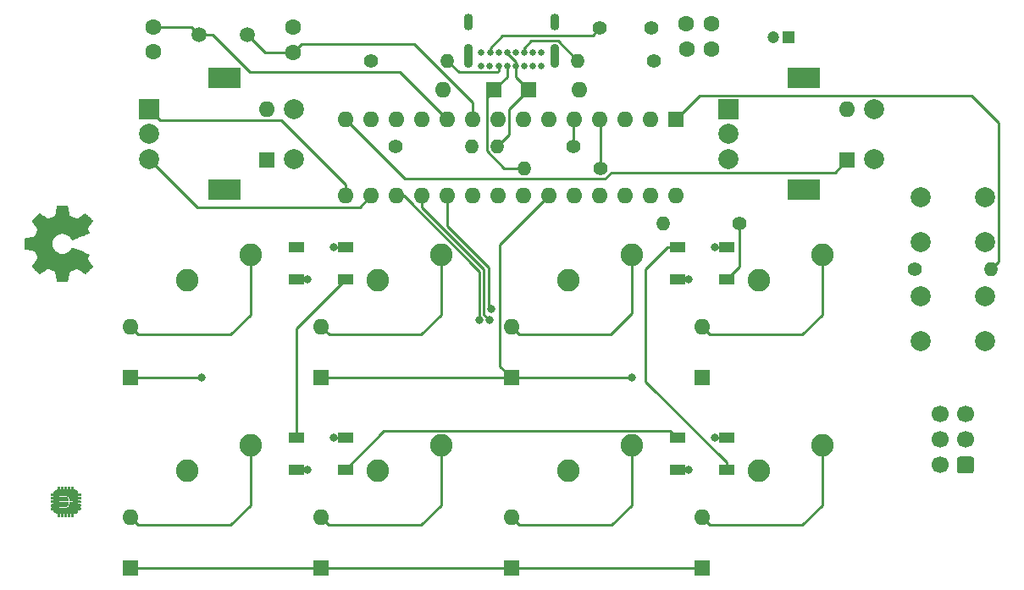
<source format=gbl>
%TF.GenerationSoftware,KiCad,Pcbnew,(5.1.8-0-10_14)*%
%TF.CreationDate,2020-12-29T14:10:58+00:00*%
%TF.ProjectId,Draytronics-Daisy-PCB V1,44726179-7472-46f6-9e69-63732d446169,rev?*%
%TF.SameCoordinates,Original*%
%TF.FileFunction,Copper,L4,Bot*%
%TF.FilePolarity,Positive*%
%FSLAX46Y46*%
G04 Gerber Fmt 4.6, Leading zero omitted, Abs format (unit mm)*
G04 Created by KiCad (PCBNEW (5.1.8-0-10_14)) date 2020-12-29 14:10:58*
%MOMM*%
%LPD*%
G01*
G04 APERTURE LIST*
%TA.AperFunction,EtchedComponent*%
%ADD10C,0.010000*%
%TD*%
%TA.AperFunction,ComponentPad*%
%ADD11C,1.700000*%
%TD*%
%TA.AperFunction,ComponentPad*%
%ADD12C,2.000000*%
%TD*%
%TA.AperFunction,ComponentPad*%
%ADD13O,1.400000X1.400000*%
%TD*%
%TA.AperFunction,ComponentPad*%
%ADD14C,1.400000*%
%TD*%
%TA.AperFunction,ComponentPad*%
%ADD15C,2.250000*%
%TD*%
%TA.AperFunction,ComponentPad*%
%ADD16O,1.600000X1.600000*%
%TD*%
%TA.AperFunction,ComponentPad*%
%ADD17R,1.600000X1.600000*%
%TD*%
%TA.AperFunction,ComponentPad*%
%ADD18C,1.600000*%
%TD*%
%TA.AperFunction,ComponentPad*%
%ADD19C,1.200000*%
%TD*%
%TA.AperFunction,ComponentPad*%
%ADD20R,1.200000X1.200000*%
%TD*%
%TA.AperFunction,ComponentPad*%
%ADD21C,1.500000*%
%TD*%
%TA.AperFunction,ComponentPad*%
%ADD22R,2.000000X2.000000*%
%TD*%
%TA.AperFunction,ComponentPad*%
%ADD23R,3.200000X2.000000*%
%TD*%
%TA.AperFunction,ComponentPad*%
%ADD24O,0.900000X1.700000*%
%TD*%
%TA.AperFunction,ComponentPad*%
%ADD25O,0.900000X2.400000*%
%TD*%
%TA.AperFunction,ComponentPad*%
%ADD26C,0.650000*%
%TD*%
%TA.AperFunction,SMDPad,CuDef*%
%ADD27R,1.500000X1.000000*%
%TD*%
%TA.AperFunction,ViaPad*%
%ADD28C,0.800000*%
%TD*%
%TA.AperFunction,Conductor*%
%ADD29C,0.250000*%
%TD*%
G04 APERTURE END LIST*
D10*
%TO.C,G\u002A\u002A\u002A*%
G36*
X22831600Y-73212667D02*
G01*
X22831600Y-73044652D01*
X22683434Y-73039760D01*
X22535267Y-73034867D01*
X22535267Y-72865534D01*
X22683434Y-72860641D01*
X22831600Y-72855749D01*
X22831600Y-72704667D01*
X22705985Y-72704667D01*
X22626442Y-72703674D01*
X22574762Y-72698389D01*
X22544955Y-72685354D01*
X22531028Y-72661110D01*
X22526989Y-72622201D01*
X22526800Y-72601255D01*
X22526800Y-72518400D01*
X22831600Y-72518400D01*
X22831600Y-72450123D01*
X22847074Y-72345645D01*
X22891526Y-72255579D01*
X22962001Y-72183055D01*
X23055544Y-72131204D01*
X23157567Y-72104721D01*
X23238000Y-72092992D01*
X23238000Y-71961950D01*
X23240658Y-71882501D01*
X23250338Y-71831186D01*
X23269594Y-71802566D01*
X23300983Y-71791202D01*
X23318700Y-71790267D01*
X23367170Y-71794580D01*
X23398350Y-71811372D01*
X23415830Y-71846421D01*
X23423199Y-71905505D01*
X23424267Y-71960196D01*
X23424267Y-72095067D01*
X23576667Y-72095067D01*
X23576667Y-71960196D01*
X23579346Y-71882175D01*
X23589778Y-71831985D01*
X23611552Y-71803848D01*
X23648257Y-71791987D01*
X23682234Y-71790267D01*
X23719472Y-71795869D01*
X23743561Y-71816299D01*
X23757042Y-71856996D01*
X23762454Y-71923396D01*
X23762934Y-71962987D01*
X23762934Y-72095067D01*
X23932267Y-72095067D01*
X23932267Y-71951456D01*
X23932767Y-71881621D01*
X23935588Y-71838425D01*
X23942714Y-71814643D01*
X23956127Y-71803050D01*
X23974600Y-71797221D01*
X24025683Y-71792997D01*
X24059267Y-71797221D01*
X24079816Y-71804073D01*
X24092340Y-71816788D01*
X24098824Y-71842589D01*
X24101248Y-71888702D01*
X24101600Y-71951456D01*
X24101600Y-72095067D01*
X24270934Y-72095067D01*
X24270934Y-71962987D01*
X24273551Y-71883286D01*
X24283096Y-71831729D01*
X24302111Y-71802877D01*
X24333135Y-71791294D01*
X24351633Y-71790267D01*
X24400104Y-71794580D01*
X24431284Y-71811372D01*
X24448763Y-71846421D01*
X24456132Y-71905505D01*
X24457200Y-71960196D01*
X24457200Y-72095067D01*
X24608231Y-72095067D01*
X24613149Y-71955727D01*
X24616199Y-71886934D01*
X24620999Y-71844395D01*
X24629959Y-71820500D01*
X24645494Y-71807642D01*
X24662256Y-71800894D01*
X24713299Y-71793034D01*
X24751156Y-71796624D01*
X24772903Y-71803528D01*
X24786131Y-71815683D01*
X24792957Y-71840373D01*
X24795496Y-71884877D01*
X24795867Y-71950419D01*
X24795867Y-72092992D01*
X24876300Y-72104721D01*
X24988165Y-72135174D01*
X25079634Y-72189133D01*
X25147753Y-72263466D01*
X25189567Y-72355043D01*
X25202267Y-72450123D01*
X25202267Y-72518400D01*
X25352692Y-72518400D01*
X25424702Y-72518961D01*
X25469857Y-72521750D01*
X25495166Y-72528429D01*
X25507634Y-72540662D01*
X25513327Y-72556500D01*
X25523774Y-72617446D01*
X25514711Y-72659885D01*
X25482737Y-72686667D01*
X25424452Y-72700645D01*
X25336524Y-72704667D01*
X25202267Y-72704667D01*
X25202267Y-72855749D01*
X25350071Y-72860641D01*
X25421186Y-72863491D01*
X25465806Y-72867811D01*
X25491293Y-72875885D01*
X25505008Y-72889991D01*
X25513966Y-72911418D01*
X25519520Y-72972192D01*
X25510459Y-73000318D01*
X25499019Y-73021203D01*
X25482949Y-73033937D01*
X25454595Y-73040529D01*
X25406300Y-73042990D01*
X25346563Y-73043334D01*
X25202267Y-73043334D01*
X25202267Y-73212667D01*
X25353526Y-73212667D01*
X25434801Y-73214672D01*
X25487092Y-73223017D01*
X25515161Y-73241201D01*
X25523771Y-73272720D01*
X25517683Y-73321073D01*
X25515450Y-73331581D01*
X25504376Y-73382000D01*
X25202267Y-73382000D01*
X25202267Y-73551334D01*
X25345604Y-73551334D01*
X25425997Y-73553761D01*
X25478377Y-73563133D01*
X25508380Y-73582588D01*
X25521644Y-73615264D01*
X25524000Y-73650611D01*
X25515905Y-73690350D01*
X25488722Y-73716716D01*
X25438100Y-73731728D01*
X25359691Y-73737403D01*
X25336524Y-73737601D01*
X25202267Y-73737601D01*
X25202267Y-73890001D01*
X25345604Y-73890001D01*
X25417194Y-73890964D01*
X25462396Y-73894865D01*
X25488656Y-73903221D01*
X25503424Y-73917547D01*
X25506471Y-73922754D01*
X25522702Y-73985132D01*
X25506232Y-74045731D01*
X25505710Y-74046634D01*
X25491345Y-74061571D01*
X25464813Y-74070604D01*
X25418931Y-74075060D01*
X25346514Y-74076267D01*
X25202267Y-74076267D01*
X25201895Y-74148234D01*
X25185669Y-74249688D01*
X25141332Y-74338606D01*
X25073750Y-74410159D01*
X24987791Y-74459520D01*
X24888322Y-74481858D01*
X24864803Y-74482667D01*
X24797185Y-74482667D01*
X24792293Y-74630834D01*
X24787400Y-74779001D01*
X24712878Y-74784332D01*
X24655072Y-74782767D01*
X24624975Y-74768478D01*
X24624238Y-74767399D01*
X24617440Y-74740575D01*
X24612359Y-74689979D01*
X24609939Y-74625698D01*
X24609859Y-74613900D01*
X24609600Y-74482667D01*
X24458519Y-74482667D01*
X24453626Y-74630834D01*
X24448734Y-74779001D01*
X24279400Y-74779001D01*
X24274508Y-74630834D01*
X24269615Y-74482667D01*
X24101600Y-74482667D01*
X24101600Y-74787467D01*
X23932267Y-74787467D01*
X23932267Y-74482667D01*
X23764252Y-74482667D01*
X23759359Y-74630834D01*
X23754467Y-74779001D01*
X23585133Y-74779001D01*
X23580241Y-74630834D01*
X23575348Y-74482667D01*
X23425585Y-74482667D01*
X23420693Y-74630834D01*
X23415800Y-74779001D01*
X23325022Y-74779001D01*
X23325022Y-73957734D01*
X23678809Y-73957734D01*
X23800827Y-73957403D01*
X23894497Y-73956133D01*
X23965334Y-73953502D01*
X24018854Y-73949092D01*
X24060573Y-73942484D01*
X24096004Y-73933259D01*
X24122822Y-73923976D01*
X24227096Y-73867518D01*
X24311648Y-73784200D01*
X24375525Y-73675352D01*
X24417771Y-73542304D01*
X24425413Y-73501996D01*
X24445230Y-73382000D01*
X24728134Y-73382000D01*
X24728134Y-73212667D01*
X24442342Y-73212667D01*
X24431574Y-73132234D01*
X24400128Y-72988061D01*
X24347378Y-72869348D01*
X24272490Y-72774575D01*
X24206223Y-72721513D01*
X24158605Y-72692255D01*
X24111824Y-72669951D01*
X24060314Y-72653660D01*
X23998507Y-72642442D01*
X23920834Y-72635357D01*
X23821730Y-72631467D01*
X23695625Y-72629830D01*
X23662191Y-72629673D01*
X23332848Y-72628467D01*
X23322327Y-72670800D01*
X23318276Y-72721826D01*
X23322657Y-72755467D01*
X23333508Y-72797800D01*
X23687921Y-72806267D01*
X23817172Y-72809767D01*
X23917590Y-72814145D01*
X23994205Y-72820636D01*
X24052048Y-72830477D01*
X24096151Y-72844902D01*
X24131544Y-72865146D01*
X24163259Y-72892445D01*
X24196326Y-72928034D01*
X24199763Y-72931939D01*
X24253856Y-73016977D01*
X24283667Y-73115712D01*
X24287772Y-73166100D01*
X24287867Y-73212667D01*
X23325022Y-73212667D01*
X23319482Y-73250767D01*
X23317516Y-73297668D01*
X23320226Y-73335434D01*
X23326511Y-73382000D01*
X24287867Y-73382000D01*
X24287867Y-73429784D01*
X24275630Y-73509762D01*
X24243423Y-73593603D01*
X24198005Y-73665225D01*
X24181284Y-73683424D01*
X24142803Y-73716962D01*
X24101989Y-73742643D01*
X24053783Y-73761471D01*
X23993125Y-73774452D01*
X23914955Y-73782590D01*
X23814213Y-73786891D01*
X23685839Y-73788358D01*
X23652660Y-73788401D01*
X23326511Y-73788401D01*
X23320226Y-73834967D01*
X23317405Y-73885296D01*
X23319482Y-73919634D01*
X23325022Y-73957734D01*
X23325022Y-74779001D01*
X23246467Y-74779001D01*
X23241604Y-74632878D01*
X23236741Y-74486756D01*
X23143644Y-74479036D01*
X23044810Y-74455373D01*
X22959089Y-74405170D01*
X22891581Y-74333813D01*
X22847385Y-74246686D01*
X22831600Y-74149538D01*
X22831600Y-74077586D01*
X22683434Y-74072693D01*
X22535267Y-74067800D01*
X22535267Y-73898467D01*
X22683434Y-73893575D01*
X22831600Y-73888682D01*
X22831600Y-73737601D01*
X22700367Y-73737341D01*
X22634739Y-73735479D01*
X22581047Y-73730791D01*
X22549376Y-73724224D01*
X22546868Y-73722963D01*
X22531936Y-73694412D01*
X22529691Y-73637955D01*
X22529935Y-73634322D01*
X22535267Y-73559800D01*
X22683434Y-73554908D01*
X22831600Y-73550015D01*
X22831600Y-73382000D01*
X22526800Y-73382000D01*
X22526800Y-73212667D01*
X22831600Y-73212667D01*
G37*
X22831600Y-73212667D02*
X22831600Y-73044652D01*
X22683434Y-73039760D01*
X22535267Y-73034867D01*
X22535267Y-72865534D01*
X22683434Y-72860641D01*
X22831600Y-72855749D01*
X22831600Y-72704667D01*
X22705985Y-72704667D01*
X22626442Y-72703674D01*
X22574762Y-72698389D01*
X22544955Y-72685354D01*
X22531028Y-72661110D01*
X22526989Y-72622201D01*
X22526800Y-72601255D01*
X22526800Y-72518400D01*
X22831600Y-72518400D01*
X22831600Y-72450123D01*
X22847074Y-72345645D01*
X22891526Y-72255579D01*
X22962001Y-72183055D01*
X23055544Y-72131204D01*
X23157567Y-72104721D01*
X23238000Y-72092992D01*
X23238000Y-71961950D01*
X23240658Y-71882501D01*
X23250338Y-71831186D01*
X23269594Y-71802566D01*
X23300983Y-71791202D01*
X23318700Y-71790267D01*
X23367170Y-71794580D01*
X23398350Y-71811372D01*
X23415830Y-71846421D01*
X23423199Y-71905505D01*
X23424267Y-71960196D01*
X23424267Y-72095067D01*
X23576667Y-72095067D01*
X23576667Y-71960196D01*
X23579346Y-71882175D01*
X23589778Y-71831985D01*
X23611552Y-71803848D01*
X23648257Y-71791987D01*
X23682234Y-71790267D01*
X23719472Y-71795869D01*
X23743561Y-71816299D01*
X23757042Y-71856996D01*
X23762454Y-71923396D01*
X23762934Y-71962987D01*
X23762934Y-72095067D01*
X23932267Y-72095067D01*
X23932267Y-71951456D01*
X23932767Y-71881621D01*
X23935588Y-71838425D01*
X23942714Y-71814643D01*
X23956127Y-71803050D01*
X23974600Y-71797221D01*
X24025683Y-71792997D01*
X24059267Y-71797221D01*
X24079816Y-71804073D01*
X24092340Y-71816788D01*
X24098824Y-71842589D01*
X24101248Y-71888702D01*
X24101600Y-71951456D01*
X24101600Y-72095067D01*
X24270934Y-72095067D01*
X24270934Y-71962987D01*
X24273551Y-71883286D01*
X24283096Y-71831729D01*
X24302111Y-71802877D01*
X24333135Y-71791294D01*
X24351633Y-71790267D01*
X24400104Y-71794580D01*
X24431284Y-71811372D01*
X24448763Y-71846421D01*
X24456132Y-71905505D01*
X24457200Y-71960196D01*
X24457200Y-72095067D01*
X24608231Y-72095067D01*
X24613149Y-71955727D01*
X24616199Y-71886934D01*
X24620999Y-71844395D01*
X24629959Y-71820500D01*
X24645494Y-71807642D01*
X24662256Y-71800894D01*
X24713299Y-71793034D01*
X24751156Y-71796624D01*
X24772903Y-71803528D01*
X24786131Y-71815683D01*
X24792957Y-71840373D01*
X24795496Y-71884877D01*
X24795867Y-71950419D01*
X24795867Y-72092992D01*
X24876300Y-72104721D01*
X24988165Y-72135174D01*
X25079634Y-72189133D01*
X25147753Y-72263466D01*
X25189567Y-72355043D01*
X25202267Y-72450123D01*
X25202267Y-72518400D01*
X25352692Y-72518400D01*
X25424702Y-72518961D01*
X25469857Y-72521750D01*
X25495166Y-72528429D01*
X25507634Y-72540662D01*
X25513327Y-72556500D01*
X25523774Y-72617446D01*
X25514711Y-72659885D01*
X25482737Y-72686667D01*
X25424452Y-72700645D01*
X25336524Y-72704667D01*
X25202267Y-72704667D01*
X25202267Y-72855749D01*
X25350071Y-72860641D01*
X25421186Y-72863491D01*
X25465806Y-72867811D01*
X25491293Y-72875885D01*
X25505008Y-72889991D01*
X25513966Y-72911418D01*
X25519520Y-72972192D01*
X25510459Y-73000318D01*
X25499019Y-73021203D01*
X25482949Y-73033937D01*
X25454595Y-73040529D01*
X25406300Y-73042990D01*
X25346563Y-73043334D01*
X25202267Y-73043334D01*
X25202267Y-73212667D01*
X25353526Y-73212667D01*
X25434801Y-73214672D01*
X25487092Y-73223017D01*
X25515161Y-73241201D01*
X25523771Y-73272720D01*
X25517683Y-73321073D01*
X25515450Y-73331581D01*
X25504376Y-73382000D01*
X25202267Y-73382000D01*
X25202267Y-73551334D01*
X25345604Y-73551334D01*
X25425997Y-73553761D01*
X25478377Y-73563133D01*
X25508380Y-73582588D01*
X25521644Y-73615264D01*
X25524000Y-73650611D01*
X25515905Y-73690350D01*
X25488722Y-73716716D01*
X25438100Y-73731728D01*
X25359691Y-73737403D01*
X25336524Y-73737601D01*
X25202267Y-73737601D01*
X25202267Y-73890001D01*
X25345604Y-73890001D01*
X25417194Y-73890964D01*
X25462396Y-73894865D01*
X25488656Y-73903221D01*
X25503424Y-73917547D01*
X25506471Y-73922754D01*
X25522702Y-73985132D01*
X25506232Y-74045731D01*
X25505710Y-74046634D01*
X25491345Y-74061571D01*
X25464813Y-74070604D01*
X25418931Y-74075060D01*
X25346514Y-74076267D01*
X25202267Y-74076267D01*
X25201895Y-74148234D01*
X25185669Y-74249688D01*
X25141332Y-74338606D01*
X25073750Y-74410159D01*
X24987791Y-74459520D01*
X24888322Y-74481858D01*
X24864803Y-74482667D01*
X24797185Y-74482667D01*
X24792293Y-74630834D01*
X24787400Y-74779001D01*
X24712878Y-74784332D01*
X24655072Y-74782767D01*
X24624975Y-74768478D01*
X24624238Y-74767399D01*
X24617440Y-74740575D01*
X24612359Y-74689979D01*
X24609939Y-74625698D01*
X24609859Y-74613900D01*
X24609600Y-74482667D01*
X24458519Y-74482667D01*
X24453626Y-74630834D01*
X24448734Y-74779001D01*
X24279400Y-74779001D01*
X24274508Y-74630834D01*
X24269615Y-74482667D01*
X24101600Y-74482667D01*
X24101600Y-74787467D01*
X23932267Y-74787467D01*
X23932267Y-74482667D01*
X23764252Y-74482667D01*
X23759359Y-74630834D01*
X23754467Y-74779001D01*
X23585133Y-74779001D01*
X23580241Y-74630834D01*
X23575348Y-74482667D01*
X23425585Y-74482667D01*
X23420693Y-74630834D01*
X23415800Y-74779001D01*
X23325022Y-74779001D01*
X23325022Y-73957734D01*
X23678809Y-73957734D01*
X23800827Y-73957403D01*
X23894497Y-73956133D01*
X23965334Y-73953502D01*
X24018854Y-73949092D01*
X24060573Y-73942484D01*
X24096004Y-73933259D01*
X24122822Y-73923976D01*
X24227096Y-73867518D01*
X24311648Y-73784200D01*
X24375525Y-73675352D01*
X24417771Y-73542304D01*
X24425413Y-73501996D01*
X24445230Y-73382000D01*
X24728134Y-73382000D01*
X24728134Y-73212667D01*
X24442342Y-73212667D01*
X24431574Y-73132234D01*
X24400128Y-72988061D01*
X24347378Y-72869348D01*
X24272490Y-72774575D01*
X24206223Y-72721513D01*
X24158605Y-72692255D01*
X24111824Y-72669951D01*
X24060314Y-72653660D01*
X23998507Y-72642442D01*
X23920834Y-72635357D01*
X23821730Y-72631467D01*
X23695625Y-72629830D01*
X23662191Y-72629673D01*
X23332848Y-72628467D01*
X23322327Y-72670800D01*
X23318276Y-72721826D01*
X23322657Y-72755467D01*
X23333508Y-72797800D01*
X23687921Y-72806267D01*
X23817172Y-72809767D01*
X23917590Y-72814145D01*
X23994205Y-72820636D01*
X24052048Y-72830477D01*
X24096151Y-72844902D01*
X24131544Y-72865146D01*
X24163259Y-72892445D01*
X24196326Y-72928034D01*
X24199763Y-72931939D01*
X24253856Y-73016977D01*
X24283667Y-73115712D01*
X24287772Y-73166100D01*
X24287867Y-73212667D01*
X23325022Y-73212667D01*
X23319482Y-73250767D01*
X23317516Y-73297668D01*
X23320226Y-73335434D01*
X23326511Y-73382000D01*
X24287867Y-73382000D01*
X24287867Y-73429784D01*
X24275630Y-73509762D01*
X24243423Y-73593603D01*
X24198005Y-73665225D01*
X24181284Y-73683424D01*
X24142803Y-73716962D01*
X24101989Y-73742643D01*
X24053783Y-73761471D01*
X23993125Y-73774452D01*
X23914955Y-73782590D01*
X23814213Y-73786891D01*
X23685839Y-73788358D01*
X23652660Y-73788401D01*
X23326511Y-73788401D01*
X23320226Y-73834967D01*
X23317405Y-73885296D01*
X23319482Y-73919634D01*
X23325022Y-73957734D01*
X23325022Y-74779001D01*
X23246467Y-74779001D01*
X23241604Y-74632878D01*
X23236741Y-74486756D01*
X23143644Y-74479036D01*
X23044810Y-74455373D01*
X22959089Y-74405170D01*
X22891581Y-74333813D01*
X22847385Y-74246686D01*
X22831600Y-74149538D01*
X22831600Y-74077586D01*
X22683434Y-74072693D01*
X22535267Y-74067800D01*
X22535267Y-73898467D01*
X22683434Y-73893575D01*
X22831600Y-73888682D01*
X22831600Y-73737601D01*
X22700367Y-73737341D01*
X22634739Y-73735479D01*
X22581047Y-73730791D01*
X22549376Y-73724224D01*
X22546868Y-73722963D01*
X22531936Y-73694412D01*
X22529691Y-73637955D01*
X22529935Y-73634322D01*
X22535267Y-73559800D01*
X22683434Y-73554908D01*
X22831600Y-73550015D01*
X22831600Y-73382000D01*
X22526800Y-73382000D01*
X22526800Y-73212667D01*
X22831600Y-73212667D01*
G36*
X19920043Y-47367655D02*
G01*
X19920251Y-47264664D01*
X19920737Y-47182282D01*
X19921617Y-47118115D01*
X19923005Y-47069768D01*
X19925016Y-47034844D01*
X19927765Y-47010950D01*
X19931366Y-46995690D01*
X19935934Y-46986668D01*
X19941585Y-46981490D01*
X19944622Y-46979716D01*
X19962307Y-46974497D01*
X20002093Y-46965302D01*
X20061095Y-46952718D01*
X20136428Y-46937334D01*
X20225206Y-46919737D01*
X20324543Y-46900514D01*
X20431554Y-46880254D01*
X20449447Y-46876909D01*
X20557042Y-46856497D01*
X20657077Y-46836886D01*
X20746727Y-46818678D01*
X20823170Y-46802474D01*
X20883582Y-46788875D01*
X20925138Y-46778482D01*
X20945016Y-46771897D01*
X20946054Y-46771181D01*
X20956109Y-46754338D01*
X20973777Y-46717569D01*
X20997514Y-46664645D01*
X21025776Y-46599331D01*
X21057019Y-46525396D01*
X21089700Y-46446607D01*
X21122273Y-46366733D01*
X21153196Y-46289540D01*
X21180924Y-46218796D01*
X21203913Y-46158269D01*
X21220619Y-46111727D01*
X21229498Y-46082937D01*
X21230522Y-46077038D01*
X21225031Y-46059003D01*
X21207379Y-46025096D01*
X21177038Y-45974484D01*
X21133485Y-45906336D01*
X21076192Y-45819820D01*
X21004636Y-45714103D01*
X20962600Y-45652698D01*
X20889547Y-45546313D01*
X20829603Y-45458876D01*
X20781519Y-45388384D01*
X20744045Y-45332833D01*
X20715933Y-45290219D01*
X20695934Y-45258539D01*
X20682799Y-45235789D01*
X20675279Y-45219964D01*
X20672125Y-45209061D01*
X20672087Y-45201076D01*
X20673918Y-45194005D01*
X20674869Y-45191059D01*
X20686110Y-45174828D01*
X20713079Y-45143899D01*
X20753345Y-45100661D01*
X20804480Y-45047499D01*
X20864052Y-44986802D01*
X20929632Y-44920957D01*
X20998789Y-44852350D01*
X21069094Y-44783370D01*
X21138116Y-44716403D01*
X21203425Y-44653838D01*
X21262591Y-44598060D01*
X21313184Y-44551459D01*
X21352774Y-44516420D01*
X21378931Y-44495331D01*
X21388398Y-44490100D01*
X21404400Y-44497088D01*
X21438797Y-44516997D01*
X21489130Y-44548245D01*
X21552941Y-44589250D01*
X21627773Y-44638429D01*
X21711168Y-44694201D01*
X21800667Y-44754983D01*
X21812594Y-44763150D01*
X21933078Y-44845127D01*
X22034346Y-44912710D01*
X22116163Y-44965754D01*
X22178298Y-45004109D01*
X22220519Y-45027630D01*
X22242592Y-45036168D01*
X22243334Y-45036200D01*
X22265823Y-45031190D01*
X22307146Y-45017210D01*
X22363663Y-44995838D01*
X22431729Y-44968652D01*
X22507703Y-44937229D01*
X22587943Y-44903146D01*
X22668806Y-44867982D01*
X22746649Y-44833313D01*
X22817830Y-44800718D01*
X22878706Y-44771774D01*
X22925636Y-44748058D01*
X22954977Y-44731148D01*
X22962883Y-44724564D01*
X22969111Y-44706399D01*
X22979172Y-44666236D01*
X22992432Y-44607082D01*
X23008257Y-44531944D01*
X23026013Y-44443827D01*
X23045065Y-44345739D01*
X23063369Y-44248314D01*
X23082924Y-44143540D01*
X23101511Y-44045818D01*
X23118528Y-43958175D01*
X23133372Y-43883638D01*
X23145441Y-43825236D01*
X23154134Y-43785994D01*
X23158648Y-43769375D01*
X23170655Y-43740800D01*
X23677568Y-43740800D01*
X23804754Y-43740864D01*
X23908886Y-43741121D01*
X23992312Y-43741673D01*
X24057378Y-43742622D01*
X24106431Y-43744067D01*
X24141818Y-43746110D01*
X24165885Y-43748852D01*
X24180979Y-43752394D01*
X24189446Y-43756837D01*
X24193634Y-43762282D01*
X24193968Y-43763025D01*
X24198427Y-43780270D01*
X24206932Y-43819541D01*
X24218896Y-43877891D01*
X24233731Y-43952372D01*
X24250850Y-44040038D01*
X24269667Y-44137941D01*
X24289326Y-44241706D01*
X24313502Y-44368845D01*
X24333882Y-44472813D01*
X24350895Y-44555485D01*
X24364966Y-44618736D01*
X24376523Y-44664441D01*
X24385993Y-44694476D01*
X24393803Y-44710716D01*
X24396863Y-44714004D01*
X24413806Y-44722594D01*
X24451240Y-44739219D01*
X24506042Y-44762569D01*
X24575084Y-44791334D01*
X24655242Y-44824202D01*
X24743390Y-44859863D01*
X24772980Y-44871733D01*
X24891092Y-44918440D01*
X24986928Y-44955053D01*
X25061382Y-44981885D01*
X25115349Y-44999249D01*
X25149723Y-45007459D01*
X25162140Y-45008010D01*
X25180438Y-44999663D01*
X25216918Y-44978446D01*
X25268951Y-44946050D01*
X25333909Y-44904167D01*
X25409162Y-44854489D01*
X25492083Y-44798708D01*
X25568822Y-44746250D01*
X25655659Y-44686866D01*
X25736534Y-44632352D01*
X25808927Y-44584345D01*
X25870316Y-44544485D01*
X25918181Y-44514411D01*
X25950000Y-44495762D01*
X25962825Y-44490101D01*
X25976396Y-44498830D01*
X26005724Y-44523727D01*
X26048753Y-44562850D01*
X26103426Y-44614259D01*
X26167687Y-44676016D01*
X26239479Y-44746179D01*
X26316747Y-44822808D01*
X26337424Y-44843497D01*
X26428879Y-44935439D01*
X26503594Y-45011244D01*
X26563017Y-45072504D01*
X26608596Y-45120811D01*
X26641779Y-45157758D01*
X26664015Y-45184937D01*
X26676751Y-45203941D01*
X26681435Y-45216362D01*
X26680981Y-45221322D01*
X26671873Y-45237239D01*
X26650044Y-45271481D01*
X26617209Y-45321472D01*
X26575083Y-45384637D01*
X26525381Y-45458404D01*
X26469819Y-45540196D01*
X26420184Y-45612768D01*
X26361364Y-45699193D01*
X26307420Y-45779774D01*
X26260001Y-45851945D01*
X26220758Y-45913139D01*
X26191340Y-45960788D01*
X26173397Y-45992325D01*
X26168400Y-46004508D01*
X26174186Y-46024057D01*
X26190108Y-46061202D01*
X26214007Y-46111309D01*
X26243724Y-46169747D01*
X26257757Y-46196291D01*
X26289027Y-46256699D01*
X26315017Y-46310650D01*
X26333667Y-46353567D01*
X26342918Y-46380875D01*
X26343482Y-46386747D01*
X26337646Y-46393634D01*
X26320851Y-46404451D01*
X26291787Y-46419776D01*
X26249145Y-46440186D01*
X26191615Y-46466258D01*
X26117886Y-46498570D01*
X26026649Y-46537698D01*
X25916593Y-46584220D01*
X25786409Y-46638712D01*
X25634786Y-46701752D01*
X25529102Y-46745522D01*
X25392776Y-46801772D01*
X25262945Y-46855063D01*
X25141573Y-46904606D01*
X25030627Y-46949613D01*
X24932068Y-46989295D01*
X24847863Y-47022863D01*
X24779976Y-47049529D01*
X24730371Y-47068503D01*
X24701012Y-47078998D01*
X24693797Y-47080900D01*
X24670586Y-47069813D01*
X24643108Y-47039547D01*
X24634465Y-47026925D01*
X24610221Y-46990793D01*
X24577028Y-46943248D01*
X24541147Y-46893224D01*
X24532674Y-46881629D01*
X24427037Y-46758233D01*
X24306937Y-46654523D01*
X24174758Y-46571173D01*
X24032883Y-46508859D01*
X23883693Y-46468255D01*
X23729573Y-46450037D01*
X23572903Y-46454879D01*
X23416068Y-46483456D01*
X23282740Y-46527584D01*
X23195644Y-46567333D01*
X23117177Y-46614039D01*
X23040587Y-46672381D01*
X22959126Y-46747038D01*
X22942594Y-46763400D01*
X22842532Y-46875946D01*
X22764402Y-46993169D01*
X22704757Y-47120843D01*
X22673668Y-47214250D01*
X22654764Y-47305047D01*
X22644315Y-47411040D01*
X22642320Y-47523476D01*
X22648780Y-47633600D01*
X22663695Y-47732658D01*
X22673668Y-47773050D01*
X22729447Y-47922669D01*
X22806192Y-48060837D01*
X22901701Y-48185495D01*
X23013774Y-48294583D01*
X23140208Y-48386038D01*
X23278802Y-48457802D01*
X23427354Y-48507813D01*
X23468833Y-48517308D01*
X23628414Y-48537680D01*
X23786713Y-48533640D01*
X23941246Y-48506150D01*
X24089532Y-48456171D01*
X24229087Y-48384662D01*
X24357429Y-48292585D01*
X24472075Y-48180900D01*
X24532674Y-48105672D01*
X24568261Y-48056401D01*
X24602689Y-48007424D01*
X24629700Y-47967676D01*
X24634465Y-47960375D01*
X24662263Y-47925059D01*
X24687332Y-47907524D01*
X24693797Y-47906400D01*
X24709402Y-47911152D01*
X24746489Y-47924879D01*
X24803096Y-47946795D01*
X24877257Y-47976109D01*
X24967008Y-48012034D01*
X25070384Y-48053781D01*
X25185422Y-48100560D01*
X25310156Y-48151584D01*
X25442622Y-48206062D01*
X25529102Y-48241779D01*
X25694718Y-48310426D01*
X25838081Y-48370166D01*
X25960500Y-48421577D01*
X26063287Y-48465235D01*
X26147750Y-48501718D01*
X26215201Y-48531603D01*
X26266948Y-48555467D01*
X26304302Y-48573886D01*
X26328573Y-48587439D01*
X26341070Y-48596702D01*
X26343482Y-48600554D01*
X26338996Y-48619585D01*
X26324209Y-48656229D01*
X26301180Y-48705911D01*
X26271969Y-48764055D01*
X26257757Y-48791010D01*
X26226202Y-48851607D01*
X26199536Y-48905865D01*
X26179919Y-48949152D01*
X26169508Y-48976838D01*
X26168400Y-48982793D01*
X26175383Y-48998748D01*
X26195232Y-49032979D01*
X26226299Y-49082919D01*
X26266932Y-49146002D01*
X26315482Y-49219660D01*
X26370299Y-49301327D01*
X26420184Y-49374533D01*
X26479325Y-49461054D01*
X26534037Y-49541699D01*
X26582606Y-49613892D01*
X26623316Y-49675061D01*
X26654453Y-49722629D01*
X26674300Y-49754022D01*
X26680981Y-49765979D01*
X26680437Y-49775212D01*
X26672711Y-49790071D01*
X26656355Y-49812148D01*
X26629921Y-49843037D01*
X26591961Y-49884330D01*
X26541027Y-49937618D01*
X26475671Y-50004496D01*
X26394445Y-50086554D01*
X26337424Y-50143804D01*
X26259073Y-50221794D01*
X26185663Y-50293820D01*
X26119252Y-50357943D01*
X26061895Y-50412222D01*
X26015649Y-50454717D01*
X25982571Y-50483489D01*
X25964716Y-50496597D01*
X25962825Y-50497200D01*
X25947560Y-50490206D01*
X25913987Y-50470315D01*
X25864625Y-50439167D01*
X25801997Y-50398400D01*
X25728623Y-50349654D01*
X25647023Y-50294567D01*
X25568822Y-50241051D01*
X25481351Y-50181319D01*
X25399248Y-50126211D01*
X25325142Y-50077417D01*
X25261661Y-50036632D01*
X25211435Y-50005545D01*
X25177092Y-49985850D01*
X25162140Y-49979291D01*
X25140252Y-49981610D01*
X25099363Y-49992876D01*
X25038579Y-50013402D01*
X24957005Y-50043501D01*
X24853748Y-50083487D01*
X24772980Y-50115568D01*
X24682924Y-50151850D01*
X24599850Y-50185761D01*
X24526885Y-50215991D01*
X24467153Y-50241229D01*
X24423781Y-50260165D01*
X24399894Y-50271486D01*
X24396863Y-50273297D01*
X24389657Y-50283987D01*
X24380980Y-50307636D01*
X24370407Y-50346119D01*
X24357510Y-50401310D01*
X24341863Y-50475086D01*
X24323038Y-50569321D01*
X24300608Y-50685891D01*
X24289326Y-50745595D01*
X24269410Y-50850710D01*
X24250611Y-50948497D01*
X24233518Y-51036007D01*
X24218717Y-51110295D01*
X24206795Y-51168411D01*
X24198340Y-51207410D01*
X24193968Y-51224275D01*
X24190144Y-51229851D01*
X24182329Y-51234411D01*
X24168176Y-51238059D01*
X24145338Y-51240894D01*
X24111469Y-51243017D01*
X24064221Y-51244531D01*
X24001249Y-51245534D01*
X23920205Y-51246130D01*
X23818744Y-51246418D01*
X23694517Y-51246500D01*
X23170655Y-51246500D01*
X23158648Y-51217925D01*
X23153620Y-51199127D01*
X23144657Y-51158364D01*
X23132361Y-51098664D01*
X23117336Y-51023054D01*
X23100182Y-50934562D01*
X23081503Y-50836214D01*
X23063369Y-50738987D01*
X23043682Y-50634328D01*
X23024701Y-50536849D01*
X23007062Y-50449555D01*
X22991398Y-50375453D01*
X22978344Y-50317549D01*
X22968534Y-50278850D01*
X22962883Y-50262737D01*
X22946897Y-50251084D01*
X22910960Y-50231602D01*
X22858713Y-50205869D01*
X22793800Y-50175462D01*
X22719862Y-50141958D01*
X22640543Y-50106936D01*
X22559484Y-50071972D01*
X22480328Y-50038644D01*
X22406718Y-50008531D01*
X22342296Y-49983208D01*
X22290704Y-49964254D01*
X22255585Y-49953247D01*
X22243334Y-49951100D01*
X22222597Y-49958646D01*
X22181697Y-49981183D01*
X22120868Y-50018565D01*
X22040341Y-50070645D01*
X21940349Y-50137274D01*
X21821124Y-50218306D01*
X21812594Y-50224150D01*
X21722483Y-50285466D01*
X21638158Y-50341977D01*
X21562077Y-50392101D01*
X21496698Y-50434255D01*
X21444478Y-50466857D01*
X21407876Y-50488326D01*
X21389349Y-50497079D01*
X21388398Y-50497200D01*
X21374269Y-50488509D01*
X21344831Y-50464024D01*
X21302515Y-50426135D01*
X21249750Y-50377228D01*
X21188967Y-50319690D01*
X21122596Y-50255910D01*
X21053067Y-50188273D01*
X20982810Y-50119168D01*
X20914256Y-50050981D01*
X20849834Y-49986101D01*
X20791974Y-49926914D01*
X20743107Y-49875808D01*
X20705662Y-49835169D01*
X20682070Y-49807386D01*
X20674869Y-49796242D01*
X20672672Y-49788801D01*
X20671973Y-49781084D01*
X20674020Y-49771085D01*
X20680063Y-49756801D01*
X20691349Y-49736228D01*
X20709128Y-49707360D01*
X20734649Y-49668195D01*
X20769159Y-49616728D01*
X20813908Y-49550954D01*
X20870145Y-49468869D01*
X20939118Y-49368469D01*
X20963349Y-49333213D01*
X21042350Y-49217516D01*
X21106797Y-49121447D01*
X21157206Y-49044188D01*
X21194095Y-48984921D01*
X21217980Y-48942829D01*
X21229377Y-48917095D01*
X21230562Y-48910273D01*
X21225445Y-48890027D01*
X21211848Y-48850431D01*
X21191314Y-48795260D01*
X21165391Y-48728287D01*
X21135624Y-48653287D01*
X21103557Y-48574032D01*
X21070737Y-48494296D01*
X21038710Y-48417853D01*
X21009019Y-48348478D01*
X20983212Y-48289943D01*
X20962833Y-48246022D01*
X20949428Y-48220489D01*
X20946327Y-48216232D01*
X20930462Y-48210281D01*
X20892425Y-48200435D01*
X20835044Y-48187298D01*
X20761145Y-48171471D01*
X20673554Y-48153558D01*
X20575100Y-48134162D01*
X20468609Y-48113884D01*
X20449660Y-48110346D01*
X20341684Y-48090025D01*
X20240905Y-48070637D01*
X20150213Y-48052769D01*
X20072495Y-48037009D01*
X20010639Y-48023943D01*
X19967534Y-48014160D01*
X19946068Y-48008246D01*
X19944835Y-48007698D01*
X19938588Y-48003509D01*
X19933487Y-47996685D01*
X19929415Y-47984829D01*
X19926256Y-47965545D01*
X19923895Y-47936437D01*
X19922217Y-47895108D01*
X19921104Y-47839163D01*
X19920443Y-47766204D01*
X19920116Y-47673837D01*
X19920008Y-47559664D01*
X19920000Y-47493651D01*
X19920043Y-47367655D01*
G37*
X19920043Y-47367655D02*
X19920251Y-47264664D01*
X19920737Y-47182282D01*
X19921617Y-47118115D01*
X19923005Y-47069768D01*
X19925016Y-47034844D01*
X19927765Y-47010950D01*
X19931366Y-46995690D01*
X19935934Y-46986668D01*
X19941585Y-46981490D01*
X19944622Y-46979716D01*
X19962307Y-46974497D01*
X20002093Y-46965302D01*
X20061095Y-46952718D01*
X20136428Y-46937334D01*
X20225206Y-46919737D01*
X20324543Y-46900514D01*
X20431554Y-46880254D01*
X20449447Y-46876909D01*
X20557042Y-46856497D01*
X20657077Y-46836886D01*
X20746727Y-46818678D01*
X20823170Y-46802474D01*
X20883582Y-46788875D01*
X20925138Y-46778482D01*
X20945016Y-46771897D01*
X20946054Y-46771181D01*
X20956109Y-46754338D01*
X20973777Y-46717569D01*
X20997514Y-46664645D01*
X21025776Y-46599331D01*
X21057019Y-46525396D01*
X21089700Y-46446607D01*
X21122273Y-46366733D01*
X21153196Y-46289540D01*
X21180924Y-46218796D01*
X21203913Y-46158269D01*
X21220619Y-46111727D01*
X21229498Y-46082937D01*
X21230522Y-46077038D01*
X21225031Y-46059003D01*
X21207379Y-46025096D01*
X21177038Y-45974484D01*
X21133485Y-45906336D01*
X21076192Y-45819820D01*
X21004636Y-45714103D01*
X20962600Y-45652698D01*
X20889547Y-45546313D01*
X20829603Y-45458876D01*
X20781519Y-45388384D01*
X20744045Y-45332833D01*
X20715933Y-45290219D01*
X20695934Y-45258539D01*
X20682799Y-45235789D01*
X20675279Y-45219964D01*
X20672125Y-45209061D01*
X20672087Y-45201076D01*
X20673918Y-45194005D01*
X20674869Y-45191059D01*
X20686110Y-45174828D01*
X20713079Y-45143899D01*
X20753345Y-45100661D01*
X20804480Y-45047499D01*
X20864052Y-44986802D01*
X20929632Y-44920957D01*
X20998789Y-44852350D01*
X21069094Y-44783370D01*
X21138116Y-44716403D01*
X21203425Y-44653838D01*
X21262591Y-44598060D01*
X21313184Y-44551459D01*
X21352774Y-44516420D01*
X21378931Y-44495331D01*
X21388398Y-44490100D01*
X21404400Y-44497088D01*
X21438797Y-44516997D01*
X21489130Y-44548245D01*
X21552941Y-44589250D01*
X21627773Y-44638429D01*
X21711168Y-44694201D01*
X21800667Y-44754983D01*
X21812594Y-44763150D01*
X21933078Y-44845127D01*
X22034346Y-44912710D01*
X22116163Y-44965754D01*
X22178298Y-45004109D01*
X22220519Y-45027630D01*
X22242592Y-45036168D01*
X22243334Y-45036200D01*
X22265823Y-45031190D01*
X22307146Y-45017210D01*
X22363663Y-44995838D01*
X22431729Y-44968652D01*
X22507703Y-44937229D01*
X22587943Y-44903146D01*
X22668806Y-44867982D01*
X22746649Y-44833313D01*
X22817830Y-44800718D01*
X22878706Y-44771774D01*
X22925636Y-44748058D01*
X22954977Y-44731148D01*
X22962883Y-44724564D01*
X22969111Y-44706399D01*
X22979172Y-44666236D01*
X22992432Y-44607082D01*
X23008257Y-44531944D01*
X23026013Y-44443827D01*
X23045065Y-44345739D01*
X23063369Y-44248314D01*
X23082924Y-44143540D01*
X23101511Y-44045818D01*
X23118528Y-43958175D01*
X23133372Y-43883638D01*
X23145441Y-43825236D01*
X23154134Y-43785994D01*
X23158648Y-43769375D01*
X23170655Y-43740800D01*
X23677568Y-43740800D01*
X23804754Y-43740864D01*
X23908886Y-43741121D01*
X23992312Y-43741673D01*
X24057378Y-43742622D01*
X24106431Y-43744067D01*
X24141818Y-43746110D01*
X24165885Y-43748852D01*
X24180979Y-43752394D01*
X24189446Y-43756837D01*
X24193634Y-43762282D01*
X24193968Y-43763025D01*
X24198427Y-43780270D01*
X24206932Y-43819541D01*
X24218896Y-43877891D01*
X24233731Y-43952372D01*
X24250850Y-44040038D01*
X24269667Y-44137941D01*
X24289326Y-44241706D01*
X24313502Y-44368845D01*
X24333882Y-44472813D01*
X24350895Y-44555485D01*
X24364966Y-44618736D01*
X24376523Y-44664441D01*
X24385993Y-44694476D01*
X24393803Y-44710716D01*
X24396863Y-44714004D01*
X24413806Y-44722594D01*
X24451240Y-44739219D01*
X24506042Y-44762569D01*
X24575084Y-44791334D01*
X24655242Y-44824202D01*
X24743390Y-44859863D01*
X24772980Y-44871733D01*
X24891092Y-44918440D01*
X24986928Y-44955053D01*
X25061382Y-44981885D01*
X25115349Y-44999249D01*
X25149723Y-45007459D01*
X25162140Y-45008010D01*
X25180438Y-44999663D01*
X25216918Y-44978446D01*
X25268951Y-44946050D01*
X25333909Y-44904167D01*
X25409162Y-44854489D01*
X25492083Y-44798708D01*
X25568822Y-44746250D01*
X25655659Y-44686866D01*
X25736534Y-44632352D01*
X25808927Y-44584345D01*
X25870316Y-44544485D01*
X25918181Y-44514411D01*
X25950000Y-44495762D01*
X25962825Y-44490101D01*
X25976396Y-44498830D01*
X26005724Y-44523727D01*
X26048753Y-44562850D01*
X26103426Y-44614259D01*
X26167687Y-44676016D01*
X26239479Y-44746179D01*
X26316747Y-44822808D01*
X26337424Y-44843497D01*
X26428879Y-44935439D01*
X26503594Y-45011244D01*
X26563017Y-45072504D01*
X26608596Y-45120811D01*
X26641779Y-45157758D01*
X26664015Y-45184937D01*
X26676751Y-45203941D01*
X26681435Y-45216362D01*
X26680981Y-45221322D01*
X26671873Y-45237239D01*
X26650044Y-45271481D01*
X26617209Y-45321472D01*
X26575083Y-45384637D01*
X26525381Y-45458404D01*
X26469819Y-45540196D01*
X26420184Y-45612768D01*
X26361364Y-45699193D01*
X26307420Y-45779774D01*
X26260001Y-45851945D01*
X26220758Y-45913139D01*
X26191340Y-45960788D01*
X26173397Y-45992325D01*
X26168400Y-46004508D01*
X26174186Y-46024057D01*
X26190108Y-46061202D01*
X26214007Y-46111309D01*
X26243724Y-46169747D01*
X26257757Y-46196291D01*
X26289027Y-46256699D01*
X26315017Y-46310650D01*
X26333667Y-46353567D01*
X26342918Y-46380875D01*
X26343482Y-46386747D01*
X26337646Y-46393634D01*
X26320851Y-46404451D01*
X26291787Y-46419776D01*
X26249145Y-46440186D01*
X26191615Y-46466258D01*
X26117886Y-46498570D01*
X26026649Y-46537698D01*
X25916593Y-46584220D01*
X25786409Y-46638712D01*
X25634786Y-46701752D01*
X25529102Y-46745522D01*
X25392776Y-46801772D01*
X25262945Y-46855063D01*
X25141573Y-46904606D01*
X25030627Y-46949613D01*
X24932068Y-46989295D01*
X24847863Y-47022863D01*
X24779976Y-47049529D01*
X24730371Y-47068503D01*
X24701012Y-47078998D01*
X24693797Y-47080900D01*
X24670586Y-47069813D01*
X24643108Y-47039547D01*
X24634465Y-47026925D01*
X24610221Y-46990793D01*
X24577028Y-46943248D01*
X24541147Y-46893224D01*
X24532674Y-46881629D01*
X24427037Y-46758233D01*
X24306937Y-46654523D01*
X24174758Y-46571173D01*
X24032883Y-46508859D01*
X23883693Y-46468255D01*
X23729573Y-46450037D01*
X23572903Y-46454879D01*
X23416068Y-46483456D01*
X23282740Y-46527584D01*
X23195644Y-46567333D01*
X23117177Y-46614039D01*
X23040587Y-46672381D01*
X22959126Y-46747038D01*
X22942594Y-46763400D01*
X22842532Y-46875946D01*
X22764402Y-46993169D01*
X22704757Y-47120843D01*
X22673668Y-47214250D01*
X22654764Y-47305047D01*
X22644315Y-47411040D01*
X22642320Y-47523476D01*
X22648780Y-47633600D01*
X22663695Y-47732658D01*
X22673668Y-47773050D01*
X22729447Y-47922669D01*
X22806192Y-48060837D01*
X22901701Y-48185495D01*
X23013774Y-48294583D01*
X23140208Y-48386038D01*
X23278802Y-48457802D01*
X23427354Y-48507813D01*
X23468833Y-48517308D01*
X23628414Y-48537680D01*
X23786713Y-48533640D01*
X23941246Y-48506150D01*
X24089532Y-48456171D01*
X24229087Y-48384662D01*
X24357429Y-48292585D01*
X24472075Y-48180900D01*
X24532674Y-48105672D01*
X24568261Y-48056401D01*
X24602689Y-48007424D01*
X24629700Y-47967676D01*
X24634465Y-47960375D01*
X24662263Y-47925059D01*
X24687332Y-47907524D01*
X24693797Y-47906400D01*
X24709402Y-47911152D01*
X24746489Y-47924879D01*
X24803096Y-47946795D01*
X24877257Y-47976109D01*
X24967008Y-48012034D01*
X25070384Y-48053781D01*
X25185422Y-48100560D01*
X25310156Y-48151584D01*
X25442622Y-48206062D01*
X25529102Y-48241779D01*
X25694718Y-48310426D01*
X25838081Y-48370166D01*
X25960500Y-48421577D01*
X26063287Y-48465235D01*
X26147750Y-48501718D01*
X26215201Y-48531603D01*
X26266948Y-48555467D01*
X26304302Y-48573886D01*
X26328573Y-48587439D01*
X26341070Y-48596702D01*
X26343482Y-48600554D01*
X26338996Y-48619585D01*
X26324209Y-48656229D01*
X26301180Y-48705911D01*
X26271969Y-48764055D01*
X26257757Y-48791010D01*
X26226202Y-48851607D01*
X26199536Y-48905865D01*
X26179919Y-48949152D01*
X26169508Y-48976838D01*
X26168400Y-48982793D01*
X26175383Y-48998748D01*
X26195232Y-49032979D01*
X26226299Y-49082919D01*
X26266932Y-49146002D01*
X26315482Y-49219660D01*
X26370299Y-49301327D01*
X26420184Y-49374533D01*
X26479325Y-49461054D01*
X26534037Y-49541699D01*
X26582606Y-49613892D01*
X26623316Y-49675061D01*
X26654453Y-49722629D01*
X26674300Y-49754022D01*
X26680981Y-49765979D01*
X26680437Y-49775212D01*
X26672711Y-49790071D01*
X26656355Y-49812148D01*
X26629921Y-49843037D01*
X26591961Y-49884330D01*
X26541027Y-49937618D01*
X26475671Y-50004496D01*
X26394445Y-50086554D01*
X26337424Y-50143804D01*
X26259073Y-50221794D01*
X26185663Y-50293820D01*
X26119252Y-50357943D01*
X26061895Y-50412222D01*
X26015649Y-50454717D01*
X25982571Y-50483489D01*
X25964716Y-50496597D01*
X25962825Y-50497200D01*
X25947560Y-50490206D01*
X25913987Y-50470315D01*
X25864625Y-50439167D01*
X25801997Y-50398400D01*
X25728623Y-50349654D01*
X25647023Y-50294567D01*
X25568822Y-50241051D01*
X25481351Y-50181319D01*
X25399248Y-50126211D01*
X25325142Y-50077417D01*
X25261661Y-50036632D01*
X25211435Y-50005545D01*
X25177092Y-49985850D01*
X25162140Y-49979291D01*
X25140252Y-49981610D01*
X25099363Y-49992876D01*
X25038579Y-50013402D01*
X24957005Y-50043501D01*
X24853748Y-50083487D01*
X24772980Y-50115568D01*
X24682924Y-50151850D01*
X24599850Y-50185761D01*
X24526885Y-50215991D01*
X24467153Y-50241229D01*
X24423781Y-50260165D01*
X24399894Y-50271486D01*
X24396863Y-50273297D01*
X24389657Y-50283987D01*
X24380980Y-50307636D01*
X24370407Y-50346119D01*
X24357510Y-50401310D01*
X24341863Y-50475086D01*
X24323038Y-50569321D01*
X24300608Y-50685891D01*
X24289326Y-50745595D01*
X24269410Y-50850710D01*
X24250611Y-50948497D01*
X24233518Y-51036007D01*
X24218717Y-51110295D01*
X24206795Y-51168411D01*
X24198340Y-51207410D01*
X24193968Y-51224275D01*
X24190144Y-51229851D01*
X24182329Y-51234411D01*
X24168176Y-51238059D01*
X24145338Y-51240894D01*
X24111469Y-51243017D01*
X24064221Y-51244531D01*
X24001249Y-51245534D01*
X23920205Y-51246130D01*
X23818744Y-51246418D01*
X23694517Y-51246500D01*
X23170655Y-51246500D01*
X23158648Y-51217925D01*
X23153620Y-51199127D01*
X23144657Y-51158364D01*
X23132361Y-51098664D01*
X23117336Y-51023054D01*
X23100182Y-50934562D01*
X23081503Y-50836214D01*
X23063369Y-50738987D01*
X23043682Y-50634328D01*
X23024701Y-50536849D01*
X23007062Y-50449555D01*
X22991398Y-50375453D01*
X22978344Y-50317549D01*
X22968534Y-50278850D01*
X22962883Y-50262737D01*
X22946897Y-50251084D01*
X22910960Y-50231602D01*
X22858713Y-50205869D01*
X22793800Y-50175462D01*
X22719862Y-50141958D01*
X22640543Y-50106936D01*
X22559484Y-50071972D01*
X22480328Y-50038644D01*
X22406718Y-50008531D01*
X22342296Y-49983208D01*
X22290704Y-49964254D01*
X22255585Y-49953247D01*
X22243334Y-49951100D01*
X22222597Y-49958646D01*
X22181697Y-49981183D01*
X22120868Y-50018565D01*
X22040341Y-50070645D01*
X21940349Y-50137274D01*
X21821124Y-50218306D01*
X21812594Y-50224150D01*
X21722483Y-50285466D01*
X21638158Y-50341977D01*
X21562077Y-50392101D01*
X21496698Y-50434255D01*
X21444478Y-50466857D01*
X21407876Y-50488326D01*
X21389349Y-50497079D01*
X21388398Y-50497200D01*
X21374269Y-50488509D01*
X21344831Y-50464024D01*
X21302515Y-50426135D01*
X21249750Y-50377228D01*
X21188967Y-50319690D01*
X21122596Y-50255910D01*
X21053067Y-50188273D01*
X20982810Y-50119168D01*
X20914256Y-50050981D01*
X20849834Y-49986101D01*
X20791974Y-49926914D01*
X20743107Y-49875808D01*
X20705662Y-49835169D01*
X20682070Y-49807386D01*
X20674869Y-49796242D01*
X20672672Y-49788801D01*
X20671973Y-49781084D01*
X20674020Y-49771085D01*
X20680063Y-49756801D01*
X20691349Y-49736228D01*
X20709128Y-49707360D01*
X20734649Y-49668195D01*
X20769159Y-49616728D01*
X20813908Y-49550954D01*
X20870145Y-49468869D01*
X20939118Y-49368469D01*
X20963349Y-49333213D01*
X21042350Y-49217516D01*
X21106797Y-49121447D01*
X21157206Y-49044188D01*
X21194095Y-48984921D01*
X21217980Y-48942829D01*
X21229377Y-48917095D01*
X21230562Y-48910273D01*
X21225445Y-48890027D01*
X21211848Y-48850431D01*
X21191314Y-48795260D01*
X21165391Y-48728287D01*
X21135624Y-48653287D01*
X21103557Y-48574032D01*
X21070737Y-48494296D01*
X21038710Y-48417853D01*
X21009019Y-48348478D01*
X20983212Y-48289943D01*
X20962833Y-48246022D01*
X20949428Y-48220489D01*
X20946327Y-48216232D01*
X20930462Y-48210281D01*
X20892425Y-48200435D01*
X20835044Y-48187298D01*
X20761145Y-48171471D01*
X20673554Y-48153558D01*
X20575100Y-48134162D01*
X20468609Y-48113884D01*
X20449660Y-48110346D01*
X20341684Y-48090025D01*
X20240905Y-48070637D01*
X20150213Y-48052769D01*
X20072495Y-48037009D01*
X20010639Y-48023943D01*
X19967534Y-48014160D01*
X19946068Y-48008246D01*
X19944835Y-48007698D01*
X19938588Y-48003509D01*
X19933487Y-47996685D01*
X19929415Y-47984829D01*
X19926256Y-47965545D01*
X19923895Y-47936437D01*
X19922217Y-47895108D01*
X19921104Y-47839163D01*
X19920443Y-47766204D01*
X19920116Y-47673837D01*
X19920008Y-47559664D01*
X19920000Y-47493651D01*
X19920043Y-47367655D01*
%TD*%
D11*
%TO.P,J1-ISP1,6*%
%TO.N,GND*%
X111442500Y-64579500D03*
%TO.P,J1-ISP1,4*%
%TO.N,mosi*%
X111442500Y-67119500D03*
%TO.P,J1-ISP1,2*%
%TO.N,+5V*%
X111442500Y-69659500D03*
%TO.P,J1-ISP1,5*%
%TO.N,reset*%
X113982500Y-64579500D03*
%TO.P,J1-ISP1,3*%
%TO.N,sck*%
X113982500Y-67119500D03*
%TO.P,J1-ISP1,1*%
%TO.N,miso*%
%TA.AperFunction,ComponentPad*%
G36*
G01*
X114832500Y-69059500D02*
X114832500Y-70259500D01*
G75*
G02*
X114582500Y-70509500I-250000J0D01*
G01*
X113382500Y-70509500D01*
G75*
G02*
X113132500Y-70259500I0J250000D01*
G01*
X113132500Y-69059500D01*
G75*
G02*
X113382500Y-68809500I250000J0D01*
G01*
X114582500Y-68809500D01*
G75*
G02*
X114832500Y-69059500I0J-250000D01*
G01*
G37*
%TD.AperFunction*%
%TD*%
D12*
%TO.P,SW4,1*%
%TO.N,GND*%
X115974000Y-42862500D03*
%TO.P,SW4,2*%
%TO.N,boot*%
X115974000Y-47362500D03*
%TO.P,SW4,1*%
%TO.N,GND*%
X109474000Y-42862500D03*
%TO.P,SW4,2*%
%TO.N,boot*%
X109474000Y-47362500D03*
%TD*%
%TO.P,SW3,1*%
%TO.N,GND*%
X115974000Y-52768500D03*
%TO.P,SW3,2*%
%TO.N,reset*%
X115974000Y-57268500D03*
%TO.P,SW3,1*%
%TO.N,GND*%
X109474000Y-52768500D03*
%TO.P,SW3,2*%
%TO.N,reset*%
X109474000Y-57268500D03*
%TD*%
D13*
%TO.P,R1,2*%
%TO.N,reset*%
X116522500Y-50038000D03*
D14*
%TO.P,R1,1*%
%TO.N,+5V*%
X108902500Y-50038000D03*
%TD*%
D15*
%TO.P,MX6,2*%
%TO.N,Net-(D10-Pad2)*%
X61595000Y-67691000D03*
%TO.P,MX6,1*%
%TO.N,col1*%
X55245000Y-70231000D03*
%TD*%
D13*
%TO.P,R7,2*%
%TO.N,ug_DIN*%
X83756500Y-45466000D03*
D14*
%TO.P,R7,1*%
%TO.N,Net-(D13-Pad4)*%
X91376500Y-45466000D03*
%TD*%
D16*
%TO.P,D12,2*%
%TO.N,Net-(D12-Pad2)*%
X87630000Y-74866500D03*
D17*
%TO.P,D12,1*%
%TO.N,row2*%
X87630000Y-79946500D03*
%TD*%
D16*
%TO.P,D11,2*%
%TO.N,Net-(D11-Pad2)*%
X68580000Y-74866500D03*
D17*
%TO.P,D11,1*%
%TO.N,row2*%
X68580000Y-79946500D03*
%TD*%
D16*
%TO.P,D10,2*%
%TO.N,Net-(D10-Pad2)*%
X49530000Y-74866500D03*
D17*
%TO.P,D10,1*%
%TO.N,row2*%
X49530000Y-79946500D03*
%TD*%
D16*
%TO.P,D9,2*%
%TO.N,Net-(D9-Pad2)*%
X30480000Y-74866500D03*
D17*
%TO.P,D9,1*%
%TO.N,row2*%
X30480000Y-79946500D03*
%TD*%
D16*
%TO.P,D8,2*%
%TO.N,Net-(D8-Pad2)*%
X87630000Y-55816500D03*
D17*
%TO.P,D8,1*%
%TO.N,row1*%
X87630000Y-60896500D03*
%TD*%
D16*
%TO.P,D7,2*%
%TO.N,Net-(D7-Pad2)*%
X68580000Y-55816500D03*
D17*
%TO.P,D7,1*%
%TO.N,row1*%
X68580000Y-60896500D03*
%TD*%
D16*
%TO.P,D6,2*%
%TO.N,Net-(D6-Pad2)*%
X49593500Y-55816500D03*
D17*
%TO.P,D6,1*%
%TO.N,row1*%
X49593500Y-60896500D03*
%TD*%
D16*
%TO.P,D5,2*%
%TO.N,Net-(D5-Pad2)*%
X30480000Y-55816500D03*
D17*
%TO.P,D5,1*%
%TO.N,row1*%
X30480000Y-60896500D03*
%TD*%
D16*
%TO.P,D4,2*%
%TO.N,Net-(D4-Pad2)*%
X102171500Y-34036000D03*
D17*
%TO.P,D4,1*%
%TO.N,row0*%
X102171500Y-39116000D03*
%TD*%
D16*
%TO.P,D3,2*%
%TO.N,Net-(D3-Pad2)*%
X44132500Y-34036000D03*
D17*
%TO.P,D3,1*%
%TO.N,row0*%
X44132500Y-39116000D03*
%TD*%
D13*
%TO.P,R6,2*%
%TO.N,Net-(D2-Pad1)*%
X64643000Y-37782500D03*
D14*
%TO.P,R6,1*%
%TO.N,+5V*%
X57023000Y-37782500D03*
%TD*%
D13*
%TO.P,R5,2*%
%TO.N,Net-(D1-Pad1)*%
X69850000Y-40005000D03*
D14*
%TO.P,R5,1*%
%TO.N,D+*%
X77470000Y-40005000D03*
%TD*%
D13*
%TO.P,R4,2*%
%TO.N,Net-(D2-Pad1)*%
X67183000Y-37782500D03*
D14*
%TO.P,R4,1*%
%TO.N,D-*%
X74803000Y-37782500D03*
%TD*%
D13*
%TO.P,R3,2*%
%TO.N,Net-(R3-Pad2)*%
X75247500Y-29210000D03*
D14*
%TO.P,R3,1*%
%TO.N,GND*%
X82867500Y-29210000D03*
%TD*%
D13*
%TO.P,R2,2*%
%TO.N,Net-(R2-Pad2)*%
X62166500Y-29210000D03*
D14*
%TO.P,R2,1*%
%TO.N,GND*%
X54546500Y-29210000D03*
%TD*%
%TO.P,F1,2*%
%TO.N,VCC*%
X77460000Y-25971500D03*
%TO.P,F1,1*%
%TO.N,+5V*%
X82560000Y-25971500D03*
%TD*%
D16*
%TO.P,D2,2*%
%TO.N,GND*%
X75374500Y-32131000D03*
D17*
%TO.P,D2,1*%
%TO.N,Net-(D2-Pad1)*%
X70294500Y-32131000D03*
%TD*%
D16*
%TO.P,D1,2*%
%TO.N,GND*%
X61785500Y-32131000D03*
D17*
%TO.P,D1,1*%
%TO.N,Net-(D1-Pad1)*%
X66865500Y-32131000D03*
%TD*%
D18*
%TO.P,C4,2*%
%TO.N,GND*%
X86082500Y-25527000D03*
%TO.P,C4,1*%
%TO.N,+5V*%
X88582500Y-25527000D03*
%TD*%
%TO.P,C5,2*%
%TO.N,GND*%
X88606000Y-28067000D03*
%TO.P,C5,1*%
%TO.N,+5V*%
X86106000Y-28067000D03*
%TD*%
%TO.P,C2,2*%
%TO.N,GND*%
X32766000Y-28344500D03*
%TO.P,C2,1*%
%TO.N,XTAL2*%
X32766000Y-25844500D03*
%TD*%
%TO.P,C1,2*%
%TO.N,GND*%
X46799500Y-25884500D03*
%TO.P,C1,1*%
%TO.N,XTAL1*%
X46799500Y-28384500D03*
%TD*%
D19*
%TO.P,C3,2*%
%TO.N,GND*%
X94805500Y-26860500D03*
D20*
%TO.P,C3,1*%
%TO.N,+5V*%
X96305500Y-26860500D03*
%TD*%
D21*
%TO.P,Y1,2*%
%TO.N,XTAL2*%
X37347500Y-26606500D03*
%TO.P,Y1,1*%
%TO.N,XTAL1*%
X42227500Y-26606500D03*
%TD*%
D16*
%TO.P,U1,28*%
%TO.N,col3*%
X85026500Y-42735500D03*
%TO.P,U1,14*%
%TO.N,row0*%
X52006500Y-35115500D03*
%TO.P,U1,27*%
%TO.N,col2*%
X82486500Y-42735500D03*
%TO.P,U1,13*%
%TO.N,Net-(U1-Pad13)*%
X54546500Y-35115500D03*
%TO.P,U1,26*%
%TO.N,col1*%
X79946500Y-42735500D03*
%TO.P,U1,12*%
%TO.N,boot*%
X57086500Y-35115500D03*
%TO.P,U1,25*%
%TO.N,col0*%
X77406500Y-42735500D03*
%TO.P,U1,11*%
%TO.N,Net-(U1-Pad11)*%
X59626500Y-35115500D03*
%TO.P,U1,24*%
%TO.N,row2*%
X74866500Y-42735500D03*
%TO.P,U1,10*%
%TO.N,XTAL2*%
X62166500Y-35115500D03*
%TO.P,U1,23*%
%TO.N,row1*%
X72326500Y-42735500D03*
%TO.P,U1,9*%
%TO.N,XTAL1*%
X64706500Y-35115500D03*
%TO.P,U1,22*%
%TO.N,GND*%
X69786500Y-42735500D03*
%TO.P,U1,8*%
X67246500Y-35115500D03*
%TO.P,U1,21*%
%TO.N,Net-(U1-Pad21)*%
X67246500Y-42735500D03*
%TO.P,U1,7*%
%TO.N,+5V*%
X69786500Y-35115500D03*
%TO.P,U1,20*%
X64706500Y-42735500D03*
%TO.P,U1,6*%
%TO.N,ug_DIN*%
X72326500Y-35115500D03*
%TO.P,U1,19*%
%TO.N,sck*%
X62166500Y-42735500D03*
%TO.P,U1,5*%
%TO.N,D-*%
X74866500Y-35115500D03*
%TO.P,U1,18*%
%TO.N,miso*%
X59626500Y-42735500D03*
%TO.P,U1,4*%
%TO.N,D+*%
X77406500Y-35115500D03*
%TO.P,U1,17*%
%TO.N,mosi*%
X57086500Y-42735500D03*
%TO.P,U1,3*%
%TO.N,RC2_B*%
X79946500Y-35115500D03*
%TO.P,U1,16*%
%TO.N,RC1_B*%
X54546500Y-42735500D03*
%TO.P,U1,2*%
%TO.N,RC2_A*%
X82486500Y-35115500D03*
%TO.P,U1,15*%
%TO.N,RC1_A*%
X52006500Y-42735500D03*
D17*
%TO.P,U1,1*%
%TO.N,reset*%
X85026500Y-35115500D03*
%TD*%
D15*
%TO.P,MX4,2*%
%TO.N,Net-(D8-Pad2)*%
X99695000Y-48641000D03*
%TO.P,MX4,1*%
%TO.N,col3*%
X93345000Y-51181000D03*
%TD*%
%TO.P,MX1,2*%
%TO.N,Net-(D5-Pad2)*%
X42545000Y-48641000D03*
%TO.P,MX1,1*%
%TO.N,col0*%
X36195000Y-51181000D03*
%TD*%
%TO.P,MX2,1*%
%TO.N,col1*%
X55245000Y-51181000D03*
%TO.P,MX2,2*%
%TO.N,Net-(D6-Pad2)*%
X61595000Y-48641000D03*
%TD*%
%TO.P,MX3,1*%
%TO.N,col2*%
X74295000Y-51181000D03*
%TO.P,MX3,2*%
%TO.N,Net-(D7-Pad2)*%
X80645000Y-48641000D03*
%TD*%
%TO.P,MX5,1*%
%TO.N,col0*%
X36195000Y-70231000D03*
%TO.P,MX5,2*%
%TO.N,Net-(D9-Pad2)*%
X42545000Y-67691000D03*
%TD*%
%TO.P,MX7,1*%
%TO.N,col2*%
X74295000Y-70231000D03*
%TO.P,MX7,2*%
%TO.N,Net-(D11-Pad2)*%
X80645000Y-67691000D03*
%TD*%
%TO.P,MX8,2*%
%TO.N,Net-(D12-Pad2)*%
X99695000Y-67691000D03*
%TO.P,MX8,1*%
%TO.N,col3*%
X93345000Y-70231000D03*
%TD*%
D22*
%TO.P,SW1,A*%
%TO.N,RC1_A*%
X32385000Y-34046000D03*
D12*
%TO.P,SW1,C*%
%TO.N,GND*%
X32385000Y-36546000D03*
%TO.P,SW1,B*%
%TO.N,RC1_B*%
X32385000Y-39046000D03*
D23*
%TO.P,SW1,MP*%
%TO.N,N/C*%
X39885000Y-30946000D03*
X39885000Y-42146000D03*
D12*
%TO.P,SW1,S2*%
%TO.N,Net-(D3-Pad2)*%
X46885000Y-34046000D03*
%TO.P,SW1,S1*%
%TO.N,col0*%
X46885000Y-39046000D03*
%TD*%
%TO.P,SW2,S1*%
%TO.N,col3*%
X104830000Y-39046000D03*
%TO.P,SW2,S2*%
%TO.N,Net-(D4-Pad2)*%
X104830000Y-34046000D03*
D23*
%TO.P,SW2,MP*%
%TO.N,N/C*%
X97830000Y-42146000D03*
X97830000Y-30946000D03*
D12*
%TO.P,SW2,B*%
%TO.N,RC2_B*%
X90330000Y-39046000D03*
%TO.P,SW2,C*%
%TO.N,GND*%
X90330000Y-36546000D03*
D22*
%TO.P,SW2,A*%
%TO.N,RC2_A*%
X90330000Y-34046000D03*
%TD*%
D24*
%TO.P,USB1,S1*%
%TO.N,GND*%
X72905000Y-25362000D03*
X64255000Y-25362000D03*
D25*
X72905000Y-28742000D03*
X64255000Y-28742000D03*
D26*
%TO.P,USB1,B1*%
X71560000Y-28397000D03*
%TO.P,USB1,B4*%
%TO.N,VCC*%
X70710000Y-28397000D03*
%TO.P,USB1,B5*%
%TO.N,Net-(R3-Pad2)*%
X69860000Y-28397000D03*
%TO.P,USB1,B6*%
%TO.N,Net-(D1-Pad1)*%
X69010000Y-28397000D03*
%TO.P,USB1,B7*%
%TO.N,Net-(D2-Pad1)*%
X68160000Y-28397000D03*
%TO.P,USB1,B8*%
%TO.N,Net-(USB1-PadB8)*%
X67310000Y-28397000D03*
%TO.P,USB1,B9*%
%TO.N,VCC*%
X66460000Y-28397000D03*
%TO.P,USB1,B12*%
%TO.N,GND*%
X65605000Y-28397000D03*
%TO.P,USB1,A12*%
X71555000Y-29722000D03*
%TO.P,USB1,A9*%
%TO.N,VCC*%
X70705000Y-29722000D03*
%TO.P,USB1,A8*%
%TO.N,Net-(USB1-PadA8)*%
X69855000Y-29722000D03*
%TO.P,USB1,A7*%
%TO.N,Net-(D2-Pad1)*%
X69005000Y-29722000D03*
%TO.P,USB1,A6*%
%TO.N,Net-(D1-Pad1)*%
X68155000Y-29722000D03*
%TO.P,USB1,A4*%
%TO.N,VCC*%
X66455000Y-29722000D03*
%TO.P,USB1,A1*%
%TO.N,GND*%
X65605000Y-29722000D03*
%TO.P,USB1,A5*%
%TO.N,Net-(R2-Pad2)*%
X67305000Y-29722000D03*
%TD*%
D27*
%TO.P,D13,1*%
%TO.N,+5V*%
X85180000Y-51082000D03*
%TO.P,D13,2*%
%TO.N,Net-(D13-Pad2)*%
X85180000Y-47882000D03*
%TO.P,D13,4*%
%TO.N,Net-(D13-Pad4)*%
X90080000Y-51082000D03*
%TO.P,D13,3*%
%TO.N,GND*%
X90080000Y-47882000D03*
%TD*%
%TO.P,D14,1*%
%TO.N,+5V*%
X85180000Y-70132000D03*
%TO.P,D14,2*%
%TO.N,Net-(D14-Pad2)*%
X85180000Y-66932000D03*
%TO.P,D14,4*%
%TO.N,Net-(D13-Pad2)*%
X90080000Y-70132000D03*
%TO.P,D14,3*%
%TO.N,GND*%
X90080000Y-66932000D03*
%TD*%
%TO.P,D15,3*%
%TO.N,GND*%
X51980000Y-66932000D03*
%TO.P,D15,4*%
%TO.N,Net-(D14-Pad2)*%
X51980000Y-70132000D03*
%TO.P,D15,2*%
%TO.N,Net-(D15-Pad2)*%
X47080000Y-66932000D03*
%TO.P,D15,1*%
%TO.N,+5V*%
X47080000Y-70132000D03*
%TD*%
%TO.P,D16,3*%
%TO.N,GND*%
X51980000Y-47882000D03*
%TO.P,D16,4*%
%TO.N,Net-(D15-Pad2)*%
X51980000Y-51082000D03*
%TO.P,D16,2*%
%TO.N,Net-(D16-Pad2)*%
X47080000Y-47882000D03*
%TO.P,D16,1*%
%TO.N,+5V*%
X47080000Y-51082000D03*
%TD*%
D28*
%TO.N,GND*%
X88966500Y-47882000D03*
X88966500Y-66932000D03*
X50803000Y-66932000D03*
X50803000Y-47882000D03*
%TO.N,+5V*%
X86332000Y-51082000D03*
X86324500Y-70132000D03*
X48224500Y-70132000D03*
X48232000Y-51082000D03*
%TO.N,row1*%
X37655500Y-60896500D03*
X80645000Y-60896500D03*
%TO.N,miso*%
X66421000Y-55181500D03*
%TO.N,sck*%
X66611500Y-54038500D03*
%TO.N,mosi*%
X65389473Y-55175293D03*
%TD*%
D29*
%TO.N,GND*%
X90080000Y-47882000D02*
X88966500Y-47882000D01*
X88966500Y-47882000D02*
X88966500Y-47882000D01*
X90080000Y-66932000D02*
X88966500Y-66932000D01*
X88966500Y-66932000D02*
X88966500Y-66932000D01*
X51980000Y-66932000D02*
X50803000Y-66932000D01*
X50803000Y-66932000D02*
X50803000Y-66932000D01*
X51980000Y-47882000D02*
X50803000Y-47882000D01*
X50803000Y-47882000D02*
X50803000Y-47882000D01*
%TO.N,+5V*%
X85180000Y-51082000D02*
X86332000Y-51082000D01*
X86332000Y-51082000D02*
X86332000Y-51082000D01*
X85180000Y-70132000D02*
X86324500Y-70132000D01*
X86324500Y-70132000D02*
X86324500Y-70132000D01*
X47080000Y-70132000D02*
X48224500Y-70132000D01*
X48224500Y-70132000D02*
X48224500Y-70132000D01*
X47080000Y-51082000D02*
X48232000Y-51082000D01*
X48232000Y-51082000D02*
X48232000Y-51082000D01*
%TO.N,Net-(D1-Pad1)*%
X68155000Y-30841500D02*
X66865500Y-32131000D01*
X68155000Y-29722000D02*
X68155000Y-30841500D01*
X66121499Y-32875001D02*
X66865500Y-32131000D01*
X66121499Y-38238001D02*
X66121499Y-32875001D01*
X67888498Y-40005000D02*
X66121499Y-38238001D01*
X69850000Y-40005000D02*
X67888498Y-40005000D01*
%TO.N,Net-(D2-Pad1)*%
X69005000Y-30841500D02*
X70294500Y-32131000D01*
X69005000Y-29722000D02*
X69005000Y-30841500D01*
X68160000Y-28509002D02*
X68160000Y-28397000D01*
X69005000Y-29354002D02*
X68160000Y-28509002D01*
X69005000Y-29722000D02*
X69005000Y-29354002D01*
X68371501Y-34053999D02*
X70294500Y-32131000D01*
X68371501Y-36593999D02*
X68371501Y-34053999D01*
X67183000Y-37782500D02*
X68371501Y-36593999D01*
%TO.N,row0*%
X57921001Y-41030001D02*
X52006500Y-35115500D01*
X77962001Y-41030001D02*
X57921001Y-41030001D01*
X78621001Y-40371001D02*
X77962001Y-41030001D01*
X100916499Y-40371001D02*
X78621001Y-40371001D01*
X102171500Y-39116000D02*
X100916499Y-40371001D01*
%TO.N,row1*%
X67454999Y-47607001D02*
X72326500Y-42735500D01*
X67454999Y-59771499D02*
X67454999Y-47607001D01*
X68580000Y-60896500D02*
X67454999Y-59771499D01*
X49593500Y-60896500D02*
X68580000Y-60896500D01*
X30480000Y-60896500D02*
X37655500Y-60896500D01*
X68580000Y-60896500D02*
X80645000Y-60896500D01*
X80645000Y-60896500D02*
X80645000Y-60896500D01*
%TO.N,Net-(D5-Pad2)*%
X42545000Y-54612974D02*
X42545000Y-48641000D01*
X40541475Y-56616499D02*
X42545000Y-54612974D01*
X31279999Y-56616499D02*
X40541475Y-56616499D01*
X30480000Y-55816500D02*
X31279999Y-56616499D01*
%TO.N,Net-(D6-Pad2)*%
X59591475Y-56616499D02*
X61595000Y-54612974D01*
X61595000Y-54612974D02*
X61595000Y-48641000D01*
X50393499Y-56616499D02*
X59591475Y-56616499D01*
X49593500Y-55816500D02*
X50393499Y-56616499D01*
%TO.N,Net-(D7-Pad2)*%
X80645000Y-54483000D02*
X80645000Y-48641000D01*
X78511501Y-56616499D02*
X80645000Y-54483000D01*
X69379999Y-56616499D02*
X78511501Y-56616499D01*
X68580000Y-55816500D02*
X69379999Y-56616499D01*
%TO.N,Net-(D8-Pad2)*%
X99695000Y-54612974D02*
X99695000Y-48641000D01*
X88429999Y-56616499D02*
X97691475Y-56616499D01*
X97691475Y-56616499D02*
X99695000Y-54612974D01*
X87630000Y-55816500D02*
X88429999Y-56616499D01*
%TO.N,Net-(D9-Pad2)*%
X42545000Y-73662974D02*
X42545000Y-67691000D01*
X40541475Y-75666499D02*
X42545000Y-73662974D01*
X31279999Y-75666499D02*
X40541475Y-75666499D01*
X30480000Y-74866500D02*
X31279999Y-75666499D01*
%TO.N,row2*%
X30480000Y-79946500D02*
X49530000Y-79946500D01*
X49530000Y-79946500D02*
X68580000Y-79946500D01*
X68580000Y-79946500D02*
X87630000Y-79946500D01*
%TO.N,Net-(D10-Pad2)*%
X59591475Y-75666499D02*
X61595000Y-73662974D01*
X50329999Y-75666499D02*
X59591475Y-75666499D01*
X61595000Y-73662974D02*
X61595000Y-67691000D01*
X49530000Y-74866500D02*
X50329999Y-75666499D01*
%TO.N,Net-(D11-Pad2)*%
X80645000Y-73662974D02*
X80645000Y-67691000D01*
X69379999Y-75666499D02*
X78641475Y-75666499D01*
X78641475Y-75666499D02*
X80645000Y-73662974D01*
X68580000Y-74866500D02*
X69379999Y-75666499D01*
%TO.N,Net-(D12-Pad2)*%
X99695000Y-73662974D02*
X99695000Y-67691000D01*
X97691475Y-75666499D02*
X99695000Y-73662974D01*
X88429999Y-75666499D02*
X97691475Y-75666499D01*
X87630000Y-74866500D02*
X88429999Y-75666499D01*
%TO.N,VCC*%
X66460000Y-27937381D02*
X66460000Y-28397000D01*
X67725882Y-26671499D02*
X66460000Y-27937381D01*
X76760001Y-26671499D02*
X67725882Y-26671499D01*
X77460000Y-25971500D02*
X76760001Y-26671499D01*
%TO.N,miso*%
X65843989Y-50097399D02*
X65843989Y-54604489D01*
X59626500Y-43879910D02*
X65843989Y-50097399D01*
X65843989Y-54604489D02*
X66421000Y-55181500D01*
X59626500Y-42735500D02*
X59626500Y-43879910D01*
X66421000Y-55181500D02*
X66421000Y-55181500D01*
%TO.N,sck*%
X66294000Y-49911000D02*
X66294000Y-53403500D01*
X62166500Y-45783500D02*
X66294000Y-49911000D01*
X62166500Y-42735500D02*
X62166500Y-45783500D01*
X66294000Y-53403500D02*
X66294000Y-53721000D01*
X66294000Y-53721000D02*
X66611500Y-54038500D01*
X66611500Y-54038500D02*
X66611500Y-54038500D01*
%TO.N,mosi*%
X57086500Y-42735500D02*
X57835502Y-42735500D01*
X65393979Y-55170479D02*
X65393979Y-55170479D01*
X57086500Y-42735500D02*
X57845680Y-42735500D01*
X57845680Y-42735500D02*
X65389473Y-50279293D01*
X65389473Y-50279293D02*
X65389473Y-55175293D01*
%TO.N,reset*%
X117299001Y-49261499D02*
X116522500Y-50038000D01*
X117299001Y-35447501D02*
X117299001Y-49261499D01*
X114572499Y-32720999D02*
X117299001Y-35447501D01*
X87421001Y-32720999D02*
X114572499Y-32720999D01*
X85026500Y-35115500D02*
X87421001Y-32720999D01*
%TO.N,Net-(R2-Pad2)*%
X67305000Y-30231000D02*
X67305000Y-29722000D01*
X63328501Y-30372001D02*
X67163999Y-30372001D01*
X67163999Y-30372001D02*
X67305000Y-30231000D01*
X62166500Y-29210000D02*
X63328501Y-30372001D01*
%TO.N,Net-(R3-Pad2)*%
X69860000Y-27937381D02*
X69860000Y-28397000D01*
X70580391Y-27216990D02*
X69860000Y-27937381D01*
X73254490Y-27216990D02*
X70580391Y-27216990D01*
X75247500Y-29210000D02*
X73254490Y-27216990D01*
%TO.N,D-*%
X74803000Y-35179000D02*
X74866500Y-35115500D01*
X74803000Y-37782500D02*
X74803000Y-35179000D01*
%TO.N,D+*%
X77470000Y-35179000D02*
X77406500Y-35115500D01*
X77470000Y-40005000D02*
X77470000Y-35179000D01*
%TO.N,RC1_A*%
X33500001Y-35161001D02*
X32385000Y-34046000D01*
X45563371Y-35161001D02*
X33500001Y-35161001D01*
X52006500Y-41604130D02*
X45563371Y-35161001D01*
X52006500Y-42735500D02*
X52006500Y-41604130D01*
%TO.N,RC1_B*%
X37199501Y-43860501D02*
X32385000Y-39046000D01*
X53421499Y-43860501D02*
X37199501Y-43860501D01*
X54546500Y-42735500D02*
X53421499Y-43860501D01*
%TO.N,Net-(D13-Pad2)*%
X90080000Y-69382000D02*
X90080000Y-70132000D01*
X81984999Y-61286999D02*
X90080000Y-69382000D01*
X81984999Y-50077001D02*
X81984999Y-61286999D01*
X84180000Y-47882000D02*
X81984999Y-50077001D01*
X85180000Y-47882000D02*
X84180000Y-47882000D01*
%TO.N,Net-(D13-Pad4)*%
X91376500Y-49785500D02*
X91376500Y-45466000D01*
X90080000Y-51082000D02*
X91376500Y-49785500D01*
%TO.N,Net-(D14-Pad2)*%
X84488999Y-66240999D02*
X85180000Y-66932000D01*
X55871001Y-66240999D02*
X84488999Y-66240999D01*
X51980000Y-70132000D02*
X55871001Y-66240999D01*
%TO.N,Net-(D15-Pad2)*%
X47080000Y-55982000D02*
X47080000Y-66932000D01*
X51980000Y-51082000D02*
X47080000Y-55982000D01*
%TO.N,XTAL1*%
X44005500Y-28384500D02*
X42227500Y-26606500D01*
X46799500Y-28384500D02*
X44005500Y-28384500D01*
X58904003Y-27584501D02*
X64706500Y-33386998D01*
X64706500Y-33386998D02*
X64706500Y-35115500D01*
X47599499Y-27584501D02*
X58904003Y-27584501D01*
X46799500Y-28384500D02*
X47599499Y-27584501D01*
%TO.N,XTAL2*%
X36585500Y-25844500D02*
X37347500Y-26606500D01*
X32766000Y-25844500D02*
X36585500Y-25844500D01*
X57404000Y-30353000D02*
X62166500Y-35115500D01*
X42477002Y-30353000D02*
X57404000Y-30353000D01*
X38730502Y-26606500D02*
X42477002Y-30353000D01*
X37347500Y-26606500D02*
X38730502Y-26606500D01*
%TD*%
M02*

</source>
